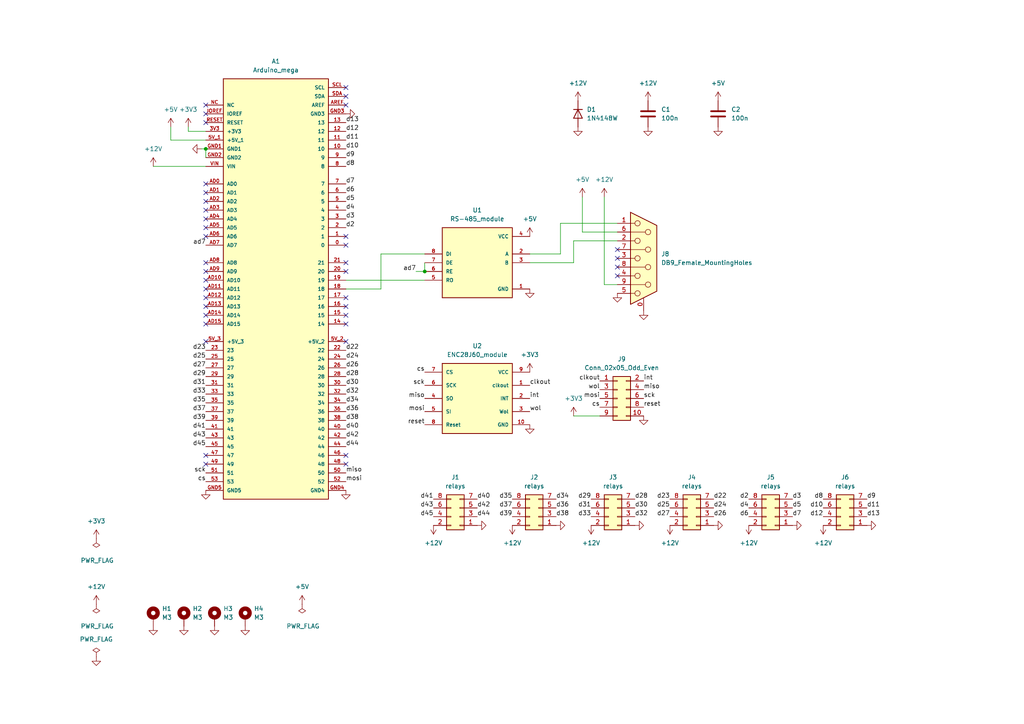
<source format=kicad_sch>
(kicad_sch (version 20211123) (generator eeschema)
  (paper "A4")
  (lib_symbols
    (symbol "Connector:DB9_Female_MountingHoles" (pin_names (offset 1.016) hide)
      (property "Reference" "J" (at 0 16.51 0))
      (property "Value" "DB9_Female_MountingHoles" (at 0 14.605 0))
      (symbol "DB9_Female_MountingHoles_0_1"
        (circle (center -1.778 -10.16) (radius 0.762))
        (circle (center -1.778 -5.08) (radius 0.762))
        (circle (center -1.778 0) (radius 0.762))
        (circle (center -1.778 5.08) (radius 0.762))
        (circle (center -1.778 10.16) (radius 0.762))
        (polyline (pts (xy -3.81 -10.16) (xy -2.54 -10.16)))
        (polyline (pts (xy -3.81 -7.62) (xy 0.508 -7.62)))
        (polyline (pts (xy -3.81 -5.08) (xy -2.54 -5.08)))
        (polyline (pts (xy -3.81 -2.54) (xy 0.508 -2.54)))
        (polyline (pts (xy -3.81 0) (xy -2.54 0)))
        (polyline (pts (xy -3.81 2.54) (xy 0.508 2.54)))
        (polyline (pts (xy -3.81 5.08) (xy -2.54 5.08)))
        (polyline (pts (xy -3.81 7.62) (xy 0.508 7.62)))
        (polyline (pts (xy -3.81 10.16) (xy -2.54 10.16)))
        (polyline (pts (xy -3.81 13.335) (xy -3.81 -13.335) (xy 3.81 -9.525) (xy 3.81 9.525) (xy -3.81 13.335)) (stroke (width 0.254)) (fill (type background)))
        (circle (center 1.27 -7.62) (radius 0.762))
        (circle (center 1.27 -2.54) (radius 0.762))
        (circle (center 1.27 2.54) (radius 0.762))
        (circle (center 1.27 7.62) (radius 0.762))
      )
      (symbol "DB9_Female_MountingHoles_1_1"
        (pin passive line (at 0 -15.24 90) (length 3.81) (name "PAD") (number "0"))
        (pin passive line (at -7.62 10.16 0) (length 3.81) (name "1") (number "1"))
        (pin passive line (at -7.62 5.08 0) (length 3.81) (name "2") (number "2"))
        (pin passive line (at -7.62 0 0) (length 3.81) (name "3") (number "3"))
        (pin passive line (at -7.62 -5.08 0) (length 3.81) (name "4") (number "4"))
        (pin passive line (at -7.62 -10.16 0) (length 3.81) (name "5") (number "5"))
        (pin passive line (at -7.62 7.62 0) (length 3.81) (name "6") (number "6"))
        (pin passive line (at -7.62 2.54 0) (length 3.81) (name "7") (number "7"))
        (pin passive line (at -7.62 -2.54 0) (length 3.81) (name "8") (number "8"))
        (pin passive line (at -7.62 -7.62 0) (length 3.81) (name "9") (number "9"))
      )
    )
    (symbol "Connector_Generic:Conn_02x04_Odd_Even" (pin_names (offset 1.016) hide)
      (property "Reference" "J" (at 1.27 5.08 0))
      (property "Value" "Conn_02x04_Odd_Even" (at 1.27 -7.62 0))
      (symbol "Conn_02x04_Odd_Even_1_1"
        (rectangle (start -1.27 -4.953) (end 0 -5.207) (stroke (width 0.1524)))
        (rectangle (start -1.27 -2.413) (end 0 -2.667) (stroke (width 0.1524)))
        (rectangle (start -1.27 0.127) (end 0 -0.127) (stroke (width 0.1524)))
        (rectangle (start -1.27 2.667) (end 0 2.413) (stroke (width 0.1524)))
        (rectangle (start -1.27 3.81) (end 3.81 -6.35) (stroke (width 0.254)) (fill (type background)))
        (rectangle (start 3.81 -4.953) (end 2.54 -5.207) (stroke (width 0.1524)))
        (rectangle (start 3.81 -2.413) (end 2.54 -2.667) (stroke (width 0.1524)))
        (rectangle (start 3.81 0.127) (end 2.54 -0.127) (stroke (width 0.1524)))
        (rectangle (start 3.81 2.667) (end 2.54 2.413) (stroke (width 0.1524)))
        (pin passive line (at -5.08 2.54 0) (length 3.81) (name "Pin_1") (number "1"))
        (pin passive line (at 7.62 2.54 180) (length 3.81) (name "Pin_2") (number "2"))
        (pin passive line (at -5.08 0 0) (length 3.81) (name "Pin_3") (number "3"))
        (pin passive line (at 7.62 0 180) (length 3.81) (name "Pin_4") (number "4"))
        (pin passive line (at -5.08 -2.54 0) (length 3.81) (name "Pin_5") (number "5"))
        (pin passive line (at 7.62 -2.54 180) (length 3.81) (name "Pin_6") (number "6"))
        (pin passive line (at -5.08 -5.08 0) (length 3.81) (name "Pin_7") (number "7"))
        (pin passive line (at 7.62 -5.08 180) (length 3.81) (name "Pin_8") (number "8"))
      )
    )
    (symbol "Connector_Generic:Conn_02x05_Odd_Even" (pin_names (offset 1.016) hide)
      (property "Reference" "J" (at 1.27 7.62 0))
      (property "Value" "Conn_02x05_Odd_Even" (at 1.27 -7.62 0))
      (symbol "Conn_02x05_Odd_Even_1_1"
        (rectangle (start -1.27 -4.953) (end 0 -5.207) (stroke (width 0.1524)))
        (rectangle (start -1.27 -2.413) (end 0 -2.667) (stroke (width 0.1524)))
        (rectangle (start -1.27 0.127) (end 0 -0.127) (stroke (width 0.1524)))
        (rectangle (start -1.27 2.667) (end 0 2.413) (stroke (width 0.1524)))
        (rectangle (start -1.27 5.207) (end 0 4.953) (stroke (width 0.1524)))
        (rectangle (start -1.27 6.35) (end 3.81 -6.35) (stroke (width 0.254)) (fill (type background)))
        (rectangle (start 3.81 -4.953) (end 2.54 -5.207) (stroke (width 0.1524)))
        (rectangle (start 3.81 -2.413) (end 2.54 -2.667) (stroke (width 0.1524)))
        (rectangle (start 3.81 0.127) (end 2.54 -0.127) (stroke (width 0.1524)))
        (rectangle (start 3.81 2.667) (end 2.54 2.413) (stroke (width 0.1524)))
        (rectangle (start 3.81 5.207) (end 2.54 4.953) (stroke (width 0.1524)))
        (pin passive line (at -5.08 5.08 0) (length 3.81) (name "Pin_1") (number "1"))
        (pin passive line (at 7.62 -5.08 180) (length 3.81) (name "Pin_10") (number "10"))
        (pin passive line (at 7.62 5.08 180) (length 3.81) (name "Pin_2") (number "2"))
        (pin passive line (at -5.08 2.54 0) (length 3.81) (name "Pin_3") (number "3"))
        (pin passive line (at 7.62 2.54 180) (length 3.81) (name "Pin_4") (number "4"))
        (pin passive line (at -5.08 0 0) (length 3.81) (name "Pin_5") (number "5"))
        (pin passive line (at 7.62 0 180) (length 3.81) (name "Pin_6") (number "6"))
        (pin passive line (at -5.08 -2.54 0) (length 3.81) (name "Pin_7") (number "7"))
        (pin passive line (at 7.62 -2.54 180) (length 3.81) (name "Pin_8") (number "8"))
        (pin passive line (at -5.08 -5.08 0) (length 3.81) (name "Pin_9") (number "9"))
      )
    )
    (symbol "Device:C" (pin_numbers hide) (pin_names (offset 0.254))
      (property "Reference" "C" (at 0.635 2.54 0))
      (property "Value" "C" (at 0.635 -2.54 0))
      (symbol "C_0_1"
        (polyline (pts (xy -2.032 -0.762) (xy 2.032 -0.762)) (stroke (width 0.508)))
        (polyline (pts (xy -2.032 0.762) (xy 2.032 0.762)) (stroke (width 0.508)))
      )
      (symbol "C_1_1"
        (pin passive line (at 0 3.81 270) (length 2.794) (name "~") (number "1"))
        (pin passive line (at 0 -3.81 90) (length 2.794) (name "~") (number "2"))
      )
    )
    (symbol "Diode:1N4148W" (pin_numbers hide) (pin_names hide)
      (property "Reference" "D" (at 0 2.54 0))
      (property "Value" "1N4148W" (at 0 -2.54 0))
      (symbol "1N4148W_0_1"
        (polyline (pts (xy -1.27 1.27) (xy -1.27 -1.27)) (stroke (width 0.254)))
        (polyline (pts (xy 1.27 0) (xy -1.27 0)))
        (polyline (pts (xy 1.27 1.27) (xy 1.27 -1.27) (xy -1.27 0) (xy 1.27 1.27)) (stroke (width 0.254)))
      )
      (symbol "1N4148W_1_1"
        (pin passive line (at -3.81 0 0) (length 2.54) (name "K") (number "1"))
        (pin passive line (at 3.81 0 180) (length 2.54) (name "A") (number "2"))
      )
    )
    (symbol "Library:Arduino_mega" (pin_names (offset 1.016))
      (property "Reference" "A" (at -15.24 61.595 0))
      (property "Value" "Arduino_mega" (at -15.24 -63.5 0))
      (symbol "Arduino_mega_0_0"
        (rectangle (start -15.24 -60.96) (end 15.24 60.96) (stroke (width 0.254)) (fill (type background)))
        (pin passive line (at 20.32 12.7 180) (length 5.08) (name "0") (number "0"))
        (pin passive line (at 20.32 15.24 180) (length 5.08) (name "1") (number "1"))
        (pin passive line (at 20.32 40.64 180) (length 5.08) (name "10") (number "10"))
        (pin passive line (at 20.32 43.18 180) (length 5.08) (name "11") (number "11"))
        (pin passive line (at 20.32 45.72 180) (length 5.08) (name "12") (number "12"))
        (pin passive line (at 20.32 48.26 180) (length 5.08) (name "13") (number "13"))
        (pin passive line (at 20.32 -10.16 180) (length 5.08) (name "14") (number "14"))
        (pin passive line (at 20.32 -7.62 180) (length 5.08) (name "15") (number "15"))
        (pin passive line (at 20.32 -5.08 180) (length 5.08) (name "16") (number "16"))
        (pin passive line (at 20.32 -2.54 180) (length 5.08) (name "17") (number "17"))
        (pin passive line (at 20.32 0 180) (length 5.08) (name "18") (number "18"))
        (pin passive line (at 20.32 2.54 180) (length 5.08) (name "19") (number "19"))
        (pin passive line (at 20.32 17.78 180) (length 5.08) (name "2") (number "2"))
        (pin passive line (at 20.32 5.08 180) (length 5.08) (name "20") (number "20"))
        (pin passive line (at 20.32 7.62 180) (length 5.08) (name "21") (number "21"))
        (pin passive line (at 20.32 -17.78 180) (length 5.08) (name "22") (number "22"))
        (pin passive line (at -20.32 -17.78 0) (length 5.08) (name "23") (number "23"))
        (pin passive line (at 20.32 -20.32 180) (length 5.08) (name "24") (number "24"))
        (pin passive line (at -20.32 -20.32 0) (length 5.08) (name "25") (number "25"))
        (pin passive line (at 20.32 -22.86 180) (length 5.08) (name "26") (number "26"))
        (pin passive line (at -20.32 -22.86 0) (length 5.08) (name "27") (number "27"))
        (pin passive line (at 20.32 -25.4 180) (length 5.08) (name "28") (number "28"))
        (pin passive line (at -20.32 -25.4 0) (length 5.08) (name "29") (number "29"))
        (pin passive line (at 20.32 20.32 180) (length 5.08) (name "3") (number "3"))
        (pin passive line (at 20.32 -27.94 180) (length 5.08) (name "30") (number "30"))
        (pin passive line (at -20.32 -27.94 0) (length 5.08) (name "31") (number "31"))
        (pin passive line (at 20.32 -30.48 180) (length 5.08) (name "32") (number "32"))
        (pin passive line (at -20.32 -30.48 0) (length 5.08) (name "33") (number "33"))
        (pin passive line (at 20.32 -33.02 180) (length 5.08) (name "34") (number "34"))
        (pin passive line (at -20.32 -33.02 0) (length 5.08) (name "35") (number "35"))
        (pin passive line (at 20.32 -35.56 180) (length 5.08) (name "36") (number "36"))
        (pin passive line (at -20.32 -35.56 0) (length 5.08) (name "37") (number "37"))
        (pin passive line (at 20.32 -38.1 180) (length 5.08) (name "38") (number "38"))
        (pin passive line (at -20.32 -38.1 0) (length 5.08) (name "39") (number "39"))
        (pin passive line (at -20.32 45.72 0) (length 5.08) (name "+3V3") (number "3V3"))
        (pin passive line (at 20.32 22.86 180) (length 5.08) (name "4") (number "4"))
        (pin passive line (at 20.32 -40.64 180) (length 5.08) (name "40") (number "40"))
        (pin passive line (at -20.32 -40.64 0) (length 5.08) (name "41") (number "41"))
        (pin passive line (at 20.32 -43.18 180) (length 5.08) (name "42") (number "42"))
        (pin passive line (at -20.32 -43.18 0) (length 5.08) (name "43") (number "43"))
        (pin passive line (at 20.32 -45.72 180) (length 5.08) (name "44") (number "44"))
        (pin passive line (at -20.32 -45.72 0) (length 5.08) (name "45") (number "45"))
        (pin passive line (at 20.32 -48.26 180) (length 5.08) (name "46") (number "46"))
        (pin passive line (at -20.32 -48.26 0) (length 5.08) (name "47") (number "47"))
        (pin passive line (at 20.32 -50.8 180) (length 5.08) (name "48") (number "48"))
        (pin passive line (at -20.32 -50.8 0) (length 5.08) (name "49") (number "49"))
        (pin passive line (at 20.32 25.4 180) (length 5.08) (name "5") (number "5"))
        (pin passive line (at 20.32 -53.34 180) (length 5.08) (name "50") (number "50"))
        (pin passive line (at -20.32 -53.34 0) (length 5.08) (name "51") (number "51"))
        (pin passive line (at 20.32 -55.88 180) (length 5.08) (name "52") (number "52"))
        (pin passive line (at -20.32 -55.88 0) (length 5.08) (name "53") (number "53"))
        (pin passive line (at -20.32 43.18 0) (length 5.08) (name "+5V_1") (number "5V_1"))
        (pin passive line (at 20.32 -15.24 180) (length 5.08) (name "+5V_2") (number "5V_2"))
        (pin passive line (at -20.32 -15.24 0) (length 5.08) (name "+5V_3") (number "5V_3"))
        (pin passive line (at 20.32 27.94 180) (length 5.08) (name "6") (number "6"))
        (pin passive line (at 20.32 30.48 180) (length 5.08) (name "7") (number "7"))
        (pin passive line (at 20.32 35.56 180) (length 5.08) (name "8") (number "8"))
        (pin passive line (at 20.32 38.1 180) (length 5.08) (name "9") (number "9"))
        (pin passive line (at -20.32 30.48 0) (length 5.08) (name "AD0") (number "AD0"))
        (pin passive line (at -20.32 27.94 0) (length 5.08) (name "AD1") (number "AD1"))
        (pin passive line (at -20.32 2.54 0) (length 5.08) (name "AD10") (number "AD10"))
        (pin passive line (at -20.32 0 0) (length 5.08) (name "AD11") (number "AD11"))
        (pin passive line (at -20.32 -2.54 0) (length 5.08) (name "AD12") (number "AD12"))
        (pin passive line (at -20.32 -5.08 0) (length 5.08) (name "AD13") (number "AD13"))
        (pin passive line (at -20.32 -7.62 0) (length 5.08) (name "AD14") (number "AD14"))
        (pin passive line (at -20.32 -10.16 0) (length 5.08) (name "AD15") (number "AD15"))
        (pin passive line (at -20.32 25.4 0) (length 5.08) (name "AD2") (number "AD2"))
        (pin passive line (at -20.32 22.86 0) (length 5.08) (name "AD3") (number "AD3"))
        (pin passive line (at -20.32 20.32 0) (length 5.08) (name "AD4") (number "AD4"))
        (pin passive line (at -20.32 17.78 0) (length 5.08) (name "AD5") (number "AD5"))
        (pin passive line (at -20.32 15.24 0) (length 5.08) (name "AD6") (number "AD6"))
        (pin passive line (at -20.32 12.7 0) (length 5.08) (name "AD7") (number "AD7"))
        (pin passive line (at -20.32 7.62 0) (length 5.08) (name "AD8") (number "AD8"))
        (pin passive line (at -20.32 5.08 0) (length 5.08) (name "AD9") (number "AD9"))
        (pin passive line (at 20.32 53.34 180) (length 5.08) (name "AREF") (number "AREF"))
        (pin passive line (at -20.32 40.64 0) (length 5.08) (name "GND1") (number "GND1"))
        (pin passive line (at -20.32 38.1 0) (length 5.08) (name "GND2") (number "GND2"))
        (pin passive line (at 20.32 50.8 180) (length 5.08) (name "GND3") (number "GND3"))
        (pin passive line (at 20.32 -58.42 180) (length 5.08) (name "GND4") (number "GND4"))
        (pin passive line (at -20.32 -58.42 0) (length 5.08) (name "GND5") (number "GND5"))
        (pin passive line (at -20.32 50.8 0) (length 5.08) (name "IOREF") (number "IOREF"))
        (pin passive line (at -20.32 53.34 0) (length 5.08) (name "NC") (number "NC"))
        (pin passive line (at -20.32 48.26 0) (length 5.08) (name "RESET") (number "RESET"))
        (pin passive line (at 20.32 58.42 180) (length 5.08) (name "SCL") (number "SCL"))
        (pin passive line (at 20.32 55.88 180) (length 5.08) (name "SDA") (number "SDA"))
        (pin passive line (at -20.32 35.56 0) (length 5.08) (name "VIN") (number "VIN"))
      )
    )
    (symbol "Library:ENC28J60_module" (pin_names (offset 1.016))
      (property "Reference" "U" (at -10.16 11.43 0))
      (property "Value" "ENC28J60_module" (at -10.16 -12.7 0))
      (symbol "ENC28J60_module_0_0"
        (rectangle (start -10.16 -10.16) (end 10.16 10.16) (stroke (width 0.254)) (fill (type background)))
        (pin output line (at 15.24 3.81 180) (length 5.08) (name "clkout") (number "1"))
        (pin power_in line (at 15.24 -7.62 180) (length 5.08) (name "GND") (number "10"))
        (pin output line (at 15.24 0 180) (length 5.08) (name "INT") (number "2"))
        (pin output line (at 15.24 -3.81 180) (length 5.08) (name "Wol") (number "3"))
        (pin output line (at -15.24 0 0) (length 5.08) (name "SO") (number "4"))
        (pin input line (at -15.24 -3.81 0) (length 5.08) (name "SI") (number "5"))
        (pin input line (at -15.24 3.81 0) (length 5.08) (name "SCK") (number "6"))
        (pin input line (at -15.24 7.62 0) (length 5.08) (name "CS") (number "7"))
        (pin input line (at -15.24 -7.62 0) (length 5.08) (name "Reset") (number "8"))
        (pin power_in line (at 15.24 7.62 180) (length 5.08) (name "VCC") (number "9"))
      )
    )
    (symbol "Library:RS-485_module" (pin_names (offset 1.016))
      (property "Reference" "U" (at -10.16 11.43 0))
      (property "Value" "RS-485_module" (at -10.16 -12.7 0))
      (symbol "RS-485_module_0_0"
        (rectangle (start -10.16 -10.16) (end 10.16 10.16) (stroke (width 0.254)) (fill (type background)))
        (pin power_in line (at 15.24 -7.62 180) (length 5.08) (name "GND") (number "1"))
        (pin bidirectional line (at 15.24 2.54 180) (length 5.08) (name "A") (number "2"))
        (pin bidirectional line (at 15.24 0 180) (length 5.08) (name "B") (number "3"))
        (pin power_in line (at 15.24 7.62 180) (length 5.08) (name "VCC") (number "4"))
        (pin output line (at -15.24 -5.08 0) (length 5.08) (name "RO") (number "5"))
        (pin input line (at -15.24 -2.54 0) (length 5.08) (name "RE") (number "6"))
        (pin input line (at -15.24 0 0) (length 5.08) (name "DE") (number "7"))
        (pin input line (at -15.24 2.54 0) (length 5.08) (name "DI") (number "8"))
      )
    )
    (symbol "Mechanical:MountingHole_Pad" (pin_numbers hide) (pin_names (offset 1.016) hide)
      (property "Reference" "H" (at 0 6.35 0))
      (property "Value" "MountingHole_Pad" (at 0 4.445 0))
      (symbol "MountingHole_Pad_0_1"
        (circle (center 0 1.27) (radius 1.27) (stroke (width 1.27)))
      )
      (symbol "MountingHole_Pad_1_1"
        (pin input line (at 0 -2.54 90) (length 2.54) (name "1") (number "1"))
      )
    )
    (symbol "power:+12V" (power) (pin_names (offset 0))
      (property "Value" "+12V" (at 0 3.556 0))
      (symbol "+12V_0_1"
        (polyline (pts (xy -0.762 1.27) (xy 0 2.54)))
        (polyline (pts (xy 0 0) (xy 0 2.54)))
        (polyline (pts (xy 0 2.54) (xy 0.762 1.27)))
      )
      (symbol "+12V_1_1"
        (pin power_in line (at 0 0 90) (length 0) hide (name "+12V") (number "1"))
      )
    )
    (symbol "power:+3V3" (power) (pin_names (offset 0))
      (property "Value" "+3V3" (at 0 3.556 0))
      (symbol "+3V3_0_1"
        (polyline (pts (xy -0.762 1.27) (xy 0 2.54)))
        (polyline (pts (xy 0 0) (xy 0 2.54)))
        (polyline (pts (xy 0 2.54) (xy 0.762 1.27)))
      )
      (symbol "+3V3_1_1"
        (pin power_in line (at 0 0 90) (length 0) hide (name "+3V3") (number "1"))
      )
    )
    (symbol "power:+5V" (power) (pin_names (offset 0))
      (property "Value" "+5V" (at 0 3.556 0))
      (symbol "+5V_0_1"
        (polyline (pts (xy -0.762 1.27) (xy 0 2.54)))
        (polyline (pts (xy 0 0) (xy 0 2.54)))
        (polyline (pts (xy 0 2.54) (xy 0.762 1.27)))
      )
      (symbol "+5V_1_1"
        (pin power_in line (at 0 0 90) (length 0) hide (name "+5V") (number "1"))
      )
    )
    (symbol "power:GND" (power) (pin_names (offset 0))
      (property "Value" "GND" (at 0 -3.81 0))
      (symbol "GND_0_1"
        (polyline (pts (xy 0 0) (xy 0 -1.27) (xy 1.27 -1.27) (xy 0 -2.54) (xy -1.27 -1.27) (xy 0 -1.27)))
      )
      (symbol "GND_1_1"
        (pin power_in line (at 0 0 270) (length 0) hide (name "GND") (number "1"))
      )
    )
    (symbol "power:PWR_FLAG" (power) (pin_numbers hide) (pin_names (offset 0) hide)
      (property "Value" "PWR_FLAG" (at 0 3.81 0))
      (symbol "PWR_FLAG_0_0"
        (pin power_out line (at 0 0 90) (length 0) (name "pwr") (number "1"))
      )
      (symbol "PWR_FLAG_0_1"
        (polyline (pts (xy 0 0) (xy 0 1.27) (xy -1.016 1.905) (xy 0 2.54) (xy 1.016 1.905) (xy 0 1.27)))
      )
    )
  )
  (junction (at 59.69 43.18))
  (junction (at 123.19 78.74))
  (no_connect (at 100.33 71.12))
  (no_connect (at 100.33 99.06))
  (no_connect (at 100.33 88.9))
  (no_connect (at 100.33 27.94))
  (no_connect (at 59.69 30.48))
  (no_connect (at 100.33 93.98))
  (no_connect (at 59.69 35.56))
  (no_connect (at 59.69 83.82))
  (no_connect (at 100.33 91.44))
  (no_connect (at 59.69 132.08))
  (no_connect (at 59.69 66.04))
  (no_connect (at 59.69 76.2))
  (no_connect (at 100.33 68.58))
  (no_connect (at 100.33 30.48))
  (no_connect (at 59.69 86.36))
  (no_connect (at 59.69 55.88))
  (no_connect (at 100.33 78.74))
  (no_connect (at 179.07 80.01))
  (no_connect (at 59.69 134.62))
  (no_connect (at 59.69 88.9))
  (no_connect (at 59.69 93.98))
  (no_connect (at 59.69 91.44))
  (no_connect (at 59.69 78.74))
  (no_connect (at 59.69 58.42))
  (no_connect (at 59.69 63.5))
  (no_connect (at 179.07 77.47))
  (no_connect (at 59.69 53.34))
  (no_connect (at 59.69 81.28))
  (no_connect (at 179.07 72.39))
  (no_connect (at 59.69 33.02))
  (no_connect (at 100.33 76.2))
  (no_connect (at 100.33 132.08))
  (no_connect (at 59.69 68.58))
  (no_connect (at 100.33 134.62))
  (no_connect (at 179.07 74.93))
  (no_connect (at 100.33 86.36))
  (no_connect (at 59.69 99.06))
  (no_connect (at 100.33 25.4))
  (no_connect (at 59.69 60.96))
  (wire (pts (xy 54.61 38.1) (xy 59.69 38.1)))
  (wire (pts (xy 59.69 43.18) (xy 59.69 45.72)))
  (wire (pts (xy 153.67 76.2) (xy 166.37 76.2)))
  (wire (pts (xy 162.56 64.77) (xy 162.56 73.66)))
  (wire (pts (xy 110.49 73.66) (xy 123.19 73.66)))
  (wire (pts (xy 110.49 83.82) (xy 110.49 73.66)))
  (wire (pts (xy 49.53 40.64) (xy 59.69 40.64)))
  (wire (pts (xy 123.19 76.2) (xy 123.19 78.74)))
  (wire (pts (xy 100.33 83.82) (xy 110.49 83.82)))
  (wire (pts (xy 179.07 64.77) (xy 162.56 64.77)))
  (wire (pts (xy 166.37 69.85) (xy 166.37 76.2)))
  (wire (pts (xy 166.37 120.65) (xy 173.99 120.65)))
  (wire (pts (xy 162.56 73.66) (xy 153.67 73.66)))
  (wire (pts (xy 49.53 36.83) (xy 49.53 40.64)))
  (wire (pts (xy 179.07 69.85) (xy 166.37 69.85)))
  (wire (pts (xy 54.61 36.83) (xy 54.61 38.1)))
  (wire (pts (xy 175.26 82.55) (xy 175.26 57.15)))
  (wire (pts (xy 58.42 43.18) (xy 59.69 43.18)))
  (wire (pts (xy 120.65 78.74) (xy 123.19 78.74)))
  (wire (pts (xy 168.91 67.31) (xy 168.91 57.15)))
  (wire (pts (xy 179.07 67.31) (xy 168.91 67.31)))
  (wire (pts (xy 44.45 48.26) (xy 59.69 48.26)))
  (wire (pts (xy 179.07 82.55) (xy 175.26 82.55)))
  (wire (pts (xy 100.33 81.28) (xy 123.19 81.28)))
  (label "d23" (at 194.31 144.78 180))
  (label "sck" (at 59.69 137.16 180))
  (label "d7" (at 100.33 53.34 0))
  (label "cs" (at 123.19 107.95 180))
  (label "int" (at 153.67 115.57 0))
  (label "mosi" (at 100.33 139.7 0))
  (label "d8" (at 238.76 144.78 180))
  (label "d13" (at 100.33 35.56 0))
  (label "d4" (at 217.17 147.32 180))
  (label "d42" (at 100.33 127 0))
  (label "d40" (at 100.33 124.46 0))
  (label "d6" (at 100.33 55.88 0))
  (label "reset" (at 123.19 123.19 180))
  (label "mosi" (at 173.99 115.57 180))
  (label "d41" (at 59.69 124.46 180))
  (label "d38" (at 100.33 121.92 0))
  (label "ad7" (at 120.65 78.74 180))
  (label "d4" (at 100.33 60.96 0))
  (label "d3" (at 229.87 144.78 0))
  (label "d37" (at 59.69 119.38 180))
  (label "d9" (at 251.46 144.78 0))
  (label "d45" (at 59.69 129.54 180))
  (label "d26" (at 100.33 106.68 0))
  (label "d44" (at 138.43 149.86 0))
  (label "sck" (at 186.69 115.57 0))
  (label "d43" (at 125.73 147.32 180))
  (label "miso" (at 100.33 137.16 0))
  (label "d29" (at 59.69 109.22 180))
  (label "d10" (at 100.33 43.18 0))
  (label "d12" (at 100.33 38.1 0))
  (label "d6" (at 217.17 149.86 180))
  (label "d25" (at 194.31 147.32 180))
  (label "d43" (at 59.69 127 180))
  (label "cs" (at 173.99 118.11 180))
  (label "d25" (at 59.69 104.14 180))
  (label "clkout" (at 153.67 111.76 0))
  (label "miso" (at 186.69 113.03 0))
  (label "d9" (at 100.33 45.72 0))
  (label "d36" (at 100.33 119.38 0))
  (label "d44" (at 100.33 129.54 0))
  (label "d34" (at 100.33 116.84 0))
  (label "wol" (at 153.67 119.38 0))
  (label "d28" (at 184.15 144.78 0))
  (label "d10" (at 238.76 147.32 180))
  (label "d7" (at 229.87 149.86 0))
  (label "d33" (at 59.69 114.3 180))
  (label "d24" (at 100.33 104.14 0))
  (label "d32" (at 184.15 149.86 0))
  (label "d11" (at 100.33 40.64 0))
  (label "d23" (at 59.69 101.6 180))
  (label "d31" (at 59.69 111.76 180))
  (label "clkout" (at 173.99 110.49 180))
  (label "d12" (at 238.76 149.86 180))
  (label "d39" (at 148.59 149.86 180))
  (label "d37" (at 148.59 147.32 180))
  (label "d22" (at 207.01 144.78 0))
  (label "d8" (at 100.33 48.26 0))
  (label "d42" (at 138.43 147.32 0))
  (label "d27" (at 59.69 106.68 180))
  (label "d31" (at 171.45 147.32 180))
  (label "d40" (at 138.43 144.78 0))
  (label "wol" (at 173.99 113.03 180))
  (label "d35" (at 59.69 116.84 180))
  (label "d36" (at 161.29 147.32 0))
  (label "sck" (at 123.19 111.76 180))
  (label "d30" (at 184.15 147.32 0))
  (label "d34" (at 161.29 144.78 0))
  (label "d41" (at 125.73 144.78 180))
  (label "d2" (at 100.33 66.04 0))
  (label "d22" (at 100.33 101.6 0))
  (label "d45" (at 125.73 149.86 180))
  (label "d13" (at 251.46 149.86 0))
  (label "d29" (at 171.45 144.78 180))
  (label "mosi" (at 123.19 119.38 180))
  (label "ad7" (at 59.69 71.12 180))
  (label "d39" (at 59.69 121.92 180))
  (label "d24" (at 207.01 147.32 0))
  (label "d11" (at 251.46 147.32 0))
  (label "int" (at 186.69 110.49 0))
  (label "d26" (at 207.01 149.86 0))
  (label "d5" (at 100.33 58.42 0))
  (label "d2" (at 217.17 144.78 180))
  (label "cs" (at 59.69 139.7 180))
  (label "d38" (at 161.29 149.86 0))
  (label "d3" (at 100.33 63.5 0))
  (label "d33" (at 171.45 149.86 180))
  (label "d27" (at 194.31 149.86 180))
  (label "d28" (at 100.33 109.22 0))
  (label "miso" (at 123.19 115.57 180))
  (label "d32" (at 100.33 114.3 0))
  (label "d5" (at 229.87 147.32 0))
  (label "d30" (at 100.33 111.76 0))
  (label "d35" (at 148.59 144.78 180))
  (label "reset" (at 186.69 118.11 0))
  (symbol (lib_id "Connector_Generic:Conn_02x04_Odd_Even") (at 133.35 149.86 180) (unit 1)
    (property "Reference" "J1" (at 132.08 138.43 0))
    (property "Value" "relays" (at 132.08 140.97 0))
    (property "Footprint" "Connector_PinHeader_2.54mm:PinHeader_2x04_P2.54mm_Vertical" (effects hide))
  )
  (symbol (lib_id "Library:RS-485_module") (at 138.43 76.2 0) (unit 1)
    (property "Reference" "U1" (at 138.43 60.96 0))
    (property "Value" "RS-485_module" (at 138.43 63.5 0))
    (property "Footprint" "Library:RS-485_module" (effects hide))
    (property "STANDARD" "Manufacturer Recommendations" (effects hide))
    (property "PARTREV" "1r0" (effects hide))
    (property "MANUFACTURER" "e-Gizmo" (effects hide))
  )
  (symbol (lib_id "Library:ENC28J60_module") (at 138.43 115.57 0) (unit 1)
    (property "Reference" "U2" (at 138.43 100.33 0))
    (property "Value" "ENC28J60_module" (at 138.43 102.87 0))
    (property "Footprint" "Library:ENC28J60_module" (effects hide))
    (property "STANDARD" "Manufacturer Recommendations" (effects hide))
    (property "PARTREV" "1r0" (effects hide))
    (property "MANUFACTURER" "e-Gizmo" (effects hide))
  )
  (symbol (lib_id "power:+3V3") (at 166.37 120.65 0) (unit 1)
    (property "Reference" "#PWR023" (effects hide))
    (property "Value" "+3V3" (at 166.37 115.57 0))
  )
  (symbol (lib_id "power:PWR_FLAG") (at 27.94 156.21 0) (mirror x) (unit 1)
    (property "Reference" "#FLG0102" (effects hide))
    (property "Value" "PWR_FLAG" (at 33.02 162.56 0) (effects (justify right)))
  )
  (symbol (lib_id "power:GND") (at 187.96 36.83 0) (mirror y) (unit 1)
    (property "Reference" "#PWR033" (effects hide))
    (property "Value" "GND" (effects hide))
  )
  (symbol (lib_id "Mechanical:MountingHole_Pad") (at 62.23 179.07 0) (unit 1)
    (property "Reference" "H3" (at 64.77 176.5299 0) (effects (justify left)))
    (property "Value" "M3" (at 64.77 179.0699 0) (effects (justify left)))
    (property "Footprint" "MountingHole:MountingHole_3.2mm_M3_DIN965_Pad" (effects hide))
  )
  (symbol (lib_id "power:+3V3") (at 54.61 36.83 0) (unit 1)
    (property "Reference" "#PWR0102" (effects hide))
    (property "Value" "+3V3" (at 54.61 31.75 0))
  )
  (symbol (lib_id "Mechanical:MountingHole_Pad") (at 53.34 179.07 0) (unit 1)
    (property "Reference" "H2" (at 55.88 176.5299 0) (effects (justify left)))
    (property "Value" "M3" (at 55.88 179.0699 0) (effects (justify left)))
    (property "Footprint" "MountingHole:MountingHole_3.2mm_M3_DIN965_Pad" (effects hide))
  )
  (symbol (lib_id "power:GND") (at 167.64 36.83 0) (unit 1)
    (property "Reference" "#PWR021" (effects hide))
    (property "Value" "GND" (effects hide))
  )
  (symbol (lib_id "Mechanical:MountingHole_Pad") (at 71.12 179.07 0) (unit 1)
    (property "Reference" "H4" (at 73.66 176.5299 0) (effects (justify left)))
    (property "Value" "M3" (at 73.66 179.0699 0) (effects (justify left)))
    (property "Footprint" "MountingHole:MountingHole_3.2mm_M3_DIN965_Pad" (effects hide))
  )
  (symbol (lib_id "power:+12V") (at 27.94 175.26 0) (unit 1)
    (property "Reference" "#PWR01" (effects hide))
    (property "Value" "+12V" (at 27.94 170.18 0))
  )
  (symbol (lib_id "Connector_Generic:Conn_02x04_Odd_Even") (at 246.38 149.86 180) (unit 1)
    (property "Reference" "J6" (at 245.11 138.43 0))
    (property "Value" "relays" (at 245.11 140.97 0))
    (property "Footprint" "Connector_PinHeader_2.54mm:PinHeader_2x04_P2.54mm_Vertical" (effects hide))
  )
  (symbol (lib_id "power:+5V") (at 49.53 36.83 0) (unit 1)
    (property "Reference" "#PWR027" (effects hide))
    (property "Value" "+5V" (at 49.53 31.75 0))
  )
  (symbol (lib_id "Mechanical:MountingHole_Pad") (at 44.45 179.07 0) (unit 1)
    (property "Reference" "H1" (at 46.99 176.5299 0) (effects (justify left)))
    (property "Value" "M3" (at 46.99 179.0699 0) (effects (justify left)))
    (property "Footprint" "MountingHole:MountingHole_3.2mm_M3_DIN965_Pad" (effects hide))
  )
  (symbol (lib_id "power:+3V3") (at 27.94 156.21 0) (unit 1)
    (property "Reference" "#PWR0104" (effects hide))
    (property "Value" "+3V3" (at 27.94 151.13 0))
  )
  (symbol (lib_id "Connector:DB9_Female_MountingHoles") (at 186.69 74.93 0) (unit 1)
    (property "Reference" "J8" (at 191.77 73.6599 0) (effects (justify left)))
    (property "Value" "DB9_Female_MountingHoles" (at 191.77 76.1999 0) (effects (justify left)))
    (property "Footprint" "Connector_Dsub:DSUB-9_Female_Horizontal_P2.77x2.84mm_EdgePinOffset9.90mm_Housed_MountingHolesOffset11.32mm" (effects hide))
    (property "Datasheet" " ~" (effects hide))
  )
  (symbol (lib_id "power:GND") (at 184.15 152.4 90) (unit 1)
    (property "Reference" "#PWR08" (effects hide))
    (property "Value" "GND" (effects hide))
  )
  (symbol (lib_id "power:GND") (at 186.69 120.65 0) (unit 1)
    (property "Reference" "#PWR036" (effects hide))
    (property "Value" "GND" (effects hide))
  )
  (symbol (lib_id "power:GND") (at 71.12 181.61 0) (unit 1)
    (property "Reference" "#PWR0106" (effects hide))
    (property "Value" "GND" (effects hide))
  )
  (symbol (lib_id "power:+12V") (at 187.96 29.21 0) (unit 1)
    (property "Reference" "#PWR032" (effects hide))
    (property "Value" "+12V" (at 187.96 24.13 0))
  )
  (symbol (lib_id "power:GND") (at 153.67 83.82 0) (unit 1)
    (property "Reference" "#PWR025" (effects hide))
    (property "Value" "GND" (effects hide))
  )
  (symbol (lib_id "Connector_Generic:Conn_02x04_Odd_Even") (at 156.21 149.86 180) (unit 1)
    (property "Reference" "J2" (at 154.94 138.43 0))
    (property "Value" "relays" (at 154.94 140.97 0))
    (property "Footprint" "Connector_PinHeader_2.54mm:PinHeader_2x04_P2.54mm_Vertical" (effects hide))
  )
  (symbol (lib_id "power:GND") (at 207.01 152.4 90) (unit 1)
    (property "Reference" "#PWR07" (effects hide))
    (property "Value" "GND" (effects hide))
  )
  (symbol (lib_id "power:GND") (at 208.28 36.83 0) (mirror y) (unit 1)
    (property "Reference" "#PWR035" (effects hide))
    (property "Value" "GND" (effects hide))
  )
  (symbol (lib_id "Connector_Generic:Conn_02x04_Odd_Even") (at 201.93 149.86 180) (unit 1)
    (property "Reference" "J4" (at 200.66 138.43 0))
    (property "Value" "relays" (at 200.66 140.97 0))
    (property "Footprint" "Connector_PinHeader_2.54mm:PinHeader_2x04_P2.54mm_Vertical" (effects hide))
  )
  (symbol (lib_id "Connector_Generic:Conn_02x04_Odd_Even") (at 224.79 149.86 180) (unit 1)
    (property "Reference" "J5" (at 223.52 138.43 0))
    (property "Value" "relays" (at 223.52 140.97 0))
    (property "Footprint" "Connector_PinHeader_2.54mm:PinHeader_2x04_P2.54mm_Vertical" (effects hide))
  )
  (symbol (lib_id "power:+12V") (at 175.26 57.15 0) (unit 1)
    (property "Reference" "#PWR0108" (effects hide))
    (property "Value" "+12V" (at 175.26 52.07 0))
  )
  (symbol (lib_id "power:GND") (at 186.69 90.17 0) (mirror y) (unit 1)
    (property "Reference" "#PWR06" (effects hide))
    (property "Value" "GND" (effects hide))
  )
  (symbol (lib_id "power:GND") (at 53.34 181.61 0) (unit 1)
    (property "Reference" "#PWR04" (effects hide))
    (property "Value" "GND" (effects hide))
  )
  (symbol (lib_id "power:+12V") (at 167.64 29.21 0) (unit 1)
    (property "Reference" "#PWR020" (effects hide))
    (property "Value" "+12V" (at 167.64 24.13 0))
  )
  (symbol (lib_id "Diode:1N4148W") (at 167.64 33.02 90) (mirror x) (unit 1)
    (property "Reference" "D1" (at 170.18 31.7499 90) (effects (justify right)))
    (property "Value" "1N4148W" (at 170.18 34.2899 90) (effects (justify right)))
    (property "Footprint" "Diode_SMD:D_SOD-123" (effects hide))
    (property "Datasheet" "https://www.vishay.com/docs/85748/1n4148w.pdf" (effects hide))
  )
  (symbol (lib_id "power:PWR_FLAG") (at 27.94 175.26 0) (mirror x) (unit 1)
    (property "Reference" "#FLG01" (effects hide))
    (property "Value" "PWR_FLAG" (at 33.02 181.61 0) (effects (justify right)))
  )
  (symbol (lib_id "power:+12V") (at 238.76 152.4 180) (unit 1)
    (property "Reference" "#PWR018" (effects hide))
    (property "Value" "+12V" (at 238.76 157.48 0))
  )
  (symbol (lib_id "power:+12V") (at 125.73 152.4 180) (unit 1)
    (property "Reference" "#PWR016" (effects hide))
    (property "Value" "+12V" (at 125.73 157.48 0))
  )
  (symbol (lib_id "power:GND") (at 161.29 152.4 90) (unit 1)
    (property "Reference" "#PWR09" (effects hide))
    (property "Value" "GND" (effects hide))
  )
  (symbol (lib_id "power:GND") (at 27.94 190.5 0) (unit 1)
    (property "Reference" "#PWR02" (effects hide))
    (property "Value" "GND" (effects hide))
  )
  (symbol (lib_id "power:+5V") (at 208.28 29.21 0) (unit 1)
    (property "Reference" "#PWR034" (effects hide))
    (property "Value" "+5V" (at 208.28 24.13 0))
  )
  (symbol (lib_id "power:PWR_FLAG") (at 87.63 175.26 0) (mirror x) (unit 1)
    (property "Reference" "#FLG0101" (effects hide))
    (property "Value" "PWR_FLAG" (at 92.71 181.61 0) (effects (justify right)))
  )
  (symbol (lib_id "power:+5V") (at 87.63 175.26 0) (unit 1)
    (property "Reference" "#PWR0101" (effects hide))
    (property "Value" "+5V" (at 87.63 170.18 0))
  )
  (symbol (lib_id "power:+12V") (at 44.45 48.26 0) (unit 1)
    (property "Reference" "#PWR026" (effects hide))
    (property "Value" "+12V" (at 44.45 43.18 0))
  )
  (symbol (lib_id "Connector_Generic:Conn_02x04_Odd_Even") (at 179.07 149.86 180) (unit 1)
    (property "Reference" "J3" (at 177.8 138.43 0))
    (property "Value" "relays" (at 177.8 140.97 0))
    (property "Footprint" "Connector_PinHeader_2.54mm:PinHeader_2x04_P2.54mm_Vertical" (effects hide))
  )
  (symbol (lib_id "power:+5V") (at 153.67 68.58 0) (unit 1)
    (property "Reference" "#PWR024" (effects hide))
    (property "Value" "+5V" (at 153.67 63.5 0))
  )
  (symbol (lib_id "power:GND") (at 138.43 152.4 90) (unit 1)
    (property "Reference" "#PWR010" (effects hide))
    (property "Value" "GND" (effects hide))
  )
  (symbol (lib_id "power:+12V") (at 171.45 152.4 180) (unit 1)
    (property "Reference" "#PWR014" (effects hide))
    (property "Value" "+12V" (at 171.45 157.48 0))
  )
  (symbol (lib_id "power:GND") (at 100.33 33.02 90) (unit 1)
    (property "Reference" "#PWR030" (effects hide))
    (property "Value" "GND" (effects hide))
  )
  (symbol (lib_id "power:+5V") (at 168.91 57.15 0) (unit 1)
    (property "Reference" "#PWR022" (effects hide))
    (property "Value" "+5V" (at 168.91 52.07 0))
  )
  (symbol (lib_id "power:PWR_FLAG") (at 27.94 190.5 0) (unit 1)
    (property "Reference" "#FLG02" (effects hide))
    (property "Value" "PWR_FLAG" (at 27.94 185.42 0))
  )
  (symbol (lib_id "power:GND") (at 44.45 181.61 0) (unit 1)
    (property "Reference" "#PWR03" (effects hide))
    (property "Value" "GND" (effects hide))
  )
  (symbol (lib_id "Device:C") (at 208.28 33.02 0) (unit 1)
    (property "Reference" "C2" (at 212.09 31.7499 0) (effects (justify left)))
    (property "Value" "100n" (at 212.09 34.2899 0) (effects (justify left)))
    (property "Footprint" "Capacitor_SMD:C_0603_1608Metric_Pad1.08x0.95mm_HandSolder" (effects hide))
  )
  (symbol (lib_id "Library:Arduino_mega") (at 80.01 83.82 0) (unit 1)
    (property "Reference" "A1" (at 80.01 17.78 0))
    (property "Value" "Arduino_mega" (at 80.01 20.32 0))
    (property "Footprint" "Library:ARDUINO_mega" (effects hide))
    (property "PRICE" "None" (effects hide))
    (property "MF" "Arduino" (effects hide))
    (property "DESCRIPTION" "Dev.kit: Arduino; SPI, TWI, UART; ICSP, USB B, pin strips, supply" (effects hide))
    (property "AVAILABILITY" "Unavailable" (effects hide))
    (property "PACKAGE" "None" (effects hide))
    (property "MP" "ARDUINO MEGA2560 REV3 - RETAIL" (effects hide))
  )
  (symbol (lib_id "power:+12V") (at 148.59 152.4 180) (unit 1)
    (property "Reference" "#PWR015" (effects hide))
    (property "Value" "+12V" (at 148.59 157.48 0))
  )
  (symbol (lib_id "power:GND") (at 62.23 181.61 0) (unit 1)
    (property "Reference" "#PWR05" (effects hide))
    (property "Value" "GND" (effects hide))
  )
  (symbol (lib_id "power:GND") (at 229.87 152.4 90) (unit 1)
    (property "Reference" "#PWR011" (effects hide))
    (property "Value" "GND" (effects hide))
  )
  (symbol (lib_id "power:GND") (at 59.69 142.24 0) (unit 1)
    (property "Reference" "#PWR029" (effects hide))
    (property "Value" "GND" (effects hide))
  )
  (symbol (lib_id "power:+12V") (at 194.31 152.4 180) (unit 1)
    (property "Reference" "#PWR013" (effects hide))
    (property "Value" "+12V" (at 194.31 157.48 0))
  )
  (symbol (lib_id "power:GND") (at 153.67 123.19 0) (unit 1)
    (property "Reference" "#PWR0105" (effects hide))
    (property "Value" "GND" (effects hide))
  )
  (symbol (lib_id "power:GND") (at 100.33 142.24 0) (unit 1)
    (property "Reference" "#PWR031" (effects hide))
    (property "Value" "GND" (effects hide))
  )
  (symbol (lib_id "power:+3V3") (at 153.67 107.95 0) (unit 1)
    (property "Reference" "#PWR0103" (effects hide))
    (property "Value" "+3V3" (at 153.67 102.87 0))
  )
  (symbol (lib_id "Device:C") (at 187.96 33.02 0) (unit 1)
    (property "Reference" "C1" (at 191.77 31.7499 0) (effects (justify left)))
    (property "Value" "100n" (at 191.77 34.2899 0) (effects (justify left)))
    (property "Footprint" "Capacitor_SMD:C_0603_1608Metric_Pad1.08x0.95mm_HandSolder" (effects hide))
  )
  (symbol (lib_id "Connector_Generic:Conn_02x05_Odd_Even") (at 179.07 115.57 0) (unit 1)
    (property "Reference" "J9" (at 180.34 104.14 0))
    (property "Value" "Conn_02x05_Odd_Even" (at 180.34 106.68 0))
    (property "Footprint" "Connector_PinHeader_2.54mm:PinHeader_2x05_P2.54mm_Vertical" (effects hide))
  )
  (symbol (lib_id "power:GND") (at 58.42 43.18 270) (unit 1)
    (property "Reference" "#PWR028" (effects hide))
    (property "Value" "GND" (effects hide))
  )
  (symbol (lib_id "power:GND") (at 179.07 85.09 0) (unit 1)
    (property "Reference" "#PWR0109" (effects hide))
    (property "Value" "GND" (effects hide))
  )
  (symbol (lib_id "power:GND") (at 251.46 152.4 90) (unit 1)
    (property "Reference" "#PWR012" (effects hide))
    (property "Value" "GND" (effects hide))
  )
  (symbol (lib_id "power:+12V") (at 217.17 152.4 180) (unit 1)
    (property "Reference" "#PWR017" (effects hide))
    (property "Value" "+12V" (at 217.17 157.48 0))
  )
)
</source>
